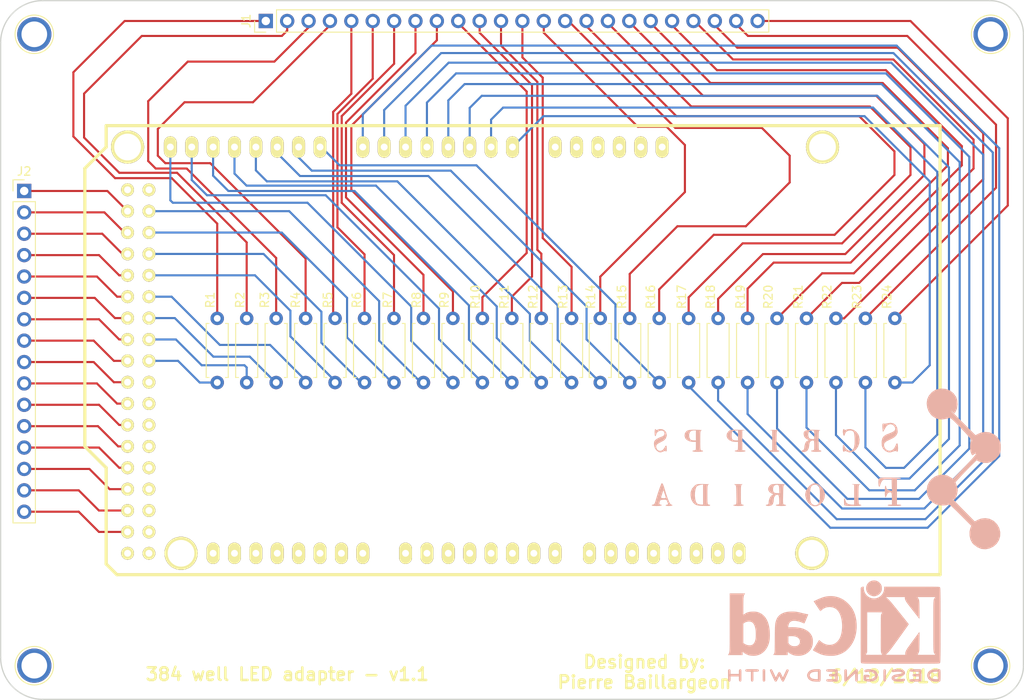
<source format=kicad_pcb>
(kicad_pcb (version 20171130) (host pcbnew "(5.0.0-rc3-dev)")
  (layers (0 F.Cu signal) (31 B.Cu signal) (34 B.Paste user) (35 F.Paste user) (36 B.SilkS user) (37 F.SilkS user) (38 B.Mask user) (39 F.Mask user) (44 Edge.Cuts user))
  (net 0 "")
  (net 1 "Net-(J1-Pad1)")
  (net 2 "Net-(J1-Pad2)")
  (net 3 "Net-(J1-Pad3)")
  (net 4 "Net-(J1-Pad4)")
  (net 5 "Net-(J1-Pad5)")
  (net 6 "Net-(J1-Pad6)")
  (net 7 "Net-(J1-Pad7)")
  (net 8 "Net-(J1-Pad8)")
  (net 9 "Net-(J1-Pad9)")
  (net 10 "Net-(J1-Pad10)")
  (net 11 "Net-(J1-Pad11)")
  (net 12 "Net-(J1-Pad12)")
  (net 13 "Net-(J2-Pad1)")
  (net 14 "Net-(J2-Pad2)")
  (net 15 "Net-(J2-Pad3)")
  (net 16 "Net-(J2-Pad4)")
  (net 17 "Net-(J2-Pad5)")
  (net 18 "Net-(J2-Pad6)")
  (net 19 "Net-(J2-Pad7)")
  (net 20 "Net-(J2-Pad8)")
  (net 21 "Net-(R1-Pad2)")
  (net 22 "Net-(R2-Pad2)")
  (net 23 "Net-(R3-Pad2)")
  (net 24 "Net-(R4-Pad2)")
  (net 25 "Net-(R5-Pad2)")
  (net 26 "Net-(R6-Pad2)")
  (net 27 "Net-(R7-Pad2)")
  (net 28 "Net-(R8-Pad2)")
  (net 29 "Net-(R9-Pad2)")
  (net 30 "Net-(R10-Pad2)")
  (net 31 "Net-(R11-Pad2)")
  (net 32 "Net-(R12-Pad2)")
  (net 33 "Net-(SHIELD1-Pad14)")
  (net 34 "Net-(SHIELD1-Pad15)")
  (net 35 "Net-(SHIELD1-Pad16)")
  (net 36 "Net-(SHIELD1-Pad17)")
  (net 37 "Net-(SHIELD1-Pad18)")
  (net 38 "Net-(SHIELD1-Pad19)")
  (net 39 "Net-(SHIELD1-Pad20)")
  (net 40 "Net-(SHIELD1-Pad21)")
  (net 41 "Net-(SHIELD1-PadV_IN)")
  (net 42 "Net-(SHIELD1-PadGND2)")
  (net 43 "Net-(SHIELD1-PadGND1)")
  (net 44 "Net-(SHIELD1-Pad3V3)")
  (net 45 "Net-(SHIELD1-PadRST)")
  (net 46 "Net-(SHIELD1-Pad0)")
  (net 47 "Net-(SHIELD1-Pad1)")
  (net 48 "Net-(SHIELD1-Pad2)")
  (net 49 "Net-(SHIELD1-Pad3)")
  (net 50 "Net-(SHIELD1-Pad4)")
  (net 51 "Net-(SHIELD1-Pad5)")
  (net 52 "Net-(SHIELD1-Pad6)")
  (net 53 "Net-(SHIELD1-Pad7)")
  (net 54 "Net-(SHIELD1-Pad8)")
  (net 55 "Net-(SHIELD1-Pad9)")
  (net 56 "Net-(SHIELD1-Pad10)")
  (net 57 "Net-(SHIELD1-Pad11)")
  (net 58 "Net-(SHIELD1-Pad12)")
  (net 59 "Net-(SHIELD1-Pad13)")
  (net 60 "Net-(SHIELD1-PadGND3)")
  (net 61 "Net-(SHIELD1-PadAREF)")
  (net 62 "Net-(SHIELD1-Pad5V)")
  (net 63 "Net-(SHIELD1-Pad22)")
  (net 64 "Net-(SHIELD1-Pad24)")
  (net 65 "Net-(SHIELD1-Pad26)")
  (net 66 "Net-(SHIELD1-Pad28)")
  (net 67 "Net-(SHIELD1-Pad5V_4)")
  (net 68 "Net-(SHIELD1-Pad5V_5)")
  (net 69 "Net-(SHIELD1-Pad30)")
  (net 70 "Net-(SHIELD1-Pad32)")
  (net 71 "Net-(SHIELD1-Pad34)")
  (net 72 "Net-(SHIELD1-Pad36)")
  (net 73 "Net-(SHIELD1-PadGND4)")
  (net 74 "Net-(SHIELD1-PadGND5)")
  (net 75 "Net-(J1-Pad13)")
  (net 76 "Net-(J1-Pad14)")
  (net 77 "Net-(J1-Pad15)")
  (net 78 "Net-(J1-Pad16)")
  (net 79 "Net-(J1-Pad17)")
  (net 80 "Net-(J1-Pad18)")
  (net 81 "Net-(J1-Pad19)")
  (net 82 "Net-(J1-Pad20)")
  (net 83 "Net-(J1-Pad21)")
  (net 84 "Net-(J1-Pad22)")
  (net 85 "Net-(J1-Pad23)")
  (net 86 "Net-(J1-Pad24)")
  (net 87 "Net-(J2-Pad9)")
  (net 88 "Net-(J2-Pad10)")
  (net 89 "Net-(J2-Pad11)")
  (net 90 "Net-(J2-Pad12)")
  (net 91 "Net-(J2-Pad13)")
  (net 92 "Net-(J2-Pad14)")
  (net 93 "Net-(J2-Pad15)")
  (net 94 "Net-(J2-Pad16)")
  (net 95 "Net-(R13-Pad2)")
  (net 96 "Net-(R14-Pad2)")
  (net 97 "Net-(R15-Pad2)")
  (net 98 "Net-(R16-Pad2)")
  (net 99 "Net-(R17-Pad2)")
  (net 100 "Net-(R18-Pad2)")
  (net 101 "Net-(R19-Pad2)")
  (net 102 "Net-(R20-Pad2)")
  (net 103 "Net-(R21-Pad2)")
  (net 104 "Net-(R22-Pad2)")
  (net 105 "Net-(R23-Pad2)")
  (net 106 "Net-(R24-Pad2)")
  (module "arduino_shields:ARDUINO MEGA SHIELD" (layer F.Cu) (at 151.6 54.85 180)
    (fp_text reference SHIELD1 hide)
    (fp_text value ARDUINO_MEGA_SHIELD hide)
    (pad 14 thru_hole oval (at 68.58 -50.8 270) (size 2.54 1.524) (drill 0.8128) (layers *.Cu *.Mask F.SilkS) (net 33 "Net-(SHIELD1-Pad14)"))
    (pad 15 thru_hole oval (at 71.12 -50.8 270) (size 2.54 1.524) (drill 0.8128) (layers *.Cu *.Mask F.SilkS) (net 34 "Net-(SHIELD1-Pad15)"))
    (pad 16 thru_hole oval (at 73.66 -50.8 270) (size 2.54 1.524) (drill 0.8128) (layers *.Cu *.Mask F.SilkS) (net 35 "Net-(SHIELD1-Pad16)"))
    (pad 17 thru_hole oval (at 76.2 -50.8 270) (size 2.54 1.524) (drill 0.8128) (layers *.Cu *.Mask F.SilkS) (net 36 "Net-(SHIELD1-Pad17)"))
    (pad 18 thru_hole oval (at 78.74 -50.8 270) (size 2.54 1.524) (drill 0.8128) (layers *.Cu *.Mask F.SilkS) (net 37 "Net-(SHIELD1-Pad18)"))
    (pad 19 thru_hole oval (at 81.28 -50.8 270) (size 2.54 1.524) (drill 0.8128) (layers *.Cu *.Mask F.SilkS) (net 38 "Net-(SHIELD1-Pad19)"))
    (pad 20 thru_hole oval (at 83.82 -50.8 270) (size 2.54 1.524) (drill 0.8128) (layers *.Cu *.Mask F.SilkS) (net 39 "Net-(SHIELD1-Pad20)"))
    (pad 21 thru_hole oval (at 86.36 -50.8 270) (size 2.54 1.524) (drill 0.8128) (layers *.Cu *.Mask F.SilkS) (net 40 "Net-(SHIELD1-Pad21)"))
    (pad AD15 thru_hole oval (at 91.44 -2.54 270) (size 2.54 1.524) (drill 0.8128) (layers *.Cu *.Mask F.SilkS) (net 29 "Net-(R9-Pad2)"))
    (pad AD14 thru_hole oval (at 88.9 -2.54 270) (size 2.54 1.524) (drill 0.8128) (layers *.Cu *.Mask F.SilkS) (net 30 "Net-(R10-Pad2)"))
    (pad AD13 thru_hole oval (at 86.36 -2.54 270) (size 2.54 1.524) (drill 0.8128) (layers *.Cu *.Mask F.SilkS) (net 31 "Net-(R11-Pad2)"))
    (pad AD12 thru_hole oval (at 83.82 -2.54 270) (size 2.54 1.524) (drill 0.8128) (layers *.Cu *.Mask F.SilkS) (net 32 "Net-(R12-Pad2)"))
    (pad AD8 thru_hole oval (at 73.66 -2.54 270) (size 2.54 1.524) (drill 0.8128) (layers *.Cu *.Mask F.SilkS) (net 98 "Net-(R16-Pad2)"))
    (pad AD7 thru_hole oval (at 68.58 -2.54 270) (size 2.54 1.524) (drill 0.8128) (layers *.Cu *.Mask F.SilkS) (net 99 "Net-(R17-Pad2)"))
    (pad AD6 thru_hole oval (at 66.04 -2.54 270) (size 2.54 1.524) (drill 0.8128) (layers *.Cu *.Mask F.SilkS) (net 100 "Net-(R18-Pad2)"))
    (pad AD9 thru_hole oval (at 76.2 -2.54 270) (size 2.54 1.524) (drill 0.8128) (layers *.Cu *.Mask F.SilkS) (net 97 "Net-(R15-Pad2)"))
    (pad AD10 thru_hole oval (at 78.74 -2.54 270) (size 2.54 1.524) (drill 0.8128) (layers *.Cu *.Mask F.SilkS) (net 96 "Net-(R14-Pad2)"))
    (pad AD11 thru_hole oval (at 81.28 -2.54 270) (size 2.54 1.524) (drill 0.8128) (layers *.Cu *.Mask F.SilkS) (net 95 "Net-(R13-Pad2)"))
    (pad AD5 thru_hole oval (at 63.5 -2.54 270) (size 2.54 1.524) (drill 0.8128) (layers *.Cu *.Mask F.SilkS) (net 101 "Net-(R19-Pad2)"))
    (pad AD4 thru_hole oval (at 60.96 -2.54 270) (size 2.54 1.524) (drill 0.8128) (layers *.Cu *.Mask F.SilkS) (net 102 "Net-(R20-Pad2)"))
    (pad AD3 thru_hole oval (at 58.42 -2.54 270) (size 2.54 1.524) (drill 0.8128) (layers *.Cu *.Mask F.SilkS) (net 103 "Net-(R21-Pad2)"))
    (pad AD0 thru_hole oval (at 50.8 -2.54 270) (size 2.54 1.524) (drill 0.8128) (layers *.Cu *.Mask F.SilkS) (net 106 "Net-(R24-Pad2)"))
    (pad AD1 thru_hole oval (at 53.34 -2.54 270) (size 2.54 1.524) (drill 0.8128) (layers *.Cu *.Mask F.SilkS) (net 105 "Net-(R23-Pad2)"))
    (pad AD2 thru_hole oval (at 55.88 -2.54 270) (size 2.54 1.524) (drill 0.8128) (layers *.Cu *.Mask F.SilkS) (net 104 "Net-(R22-Pad2)"))
    (pad V_IN thru_hole oval (at 45.72 -2.54 270) (size 2.54 1.524) (drill 0.8128) (layers *.Cu *.Mask F.SilkS) (net 41 "Net-(SHIELD1-PadV_IN)"))
    (pad GND2 thru_hole oval (at 43.18 -2.54 270) (size 2.54 1.524) (drill 0.8128) (layers *.Cu *.Mask F.SilkS) (net 42 "Net-(SHIELD1-PadGND2)"))
    (pad GND1 thru_hole oval (at 40.64 -2.54 270) (size 2.54 1.524) (drill 0.8128) (layers *.Cu *.Mask F.SilkS) (net 43 "Net-(SHIELD1-PadGND1)"))
    (pad 3V3 thru_hole oval (at 35.56 -2.54 270) (size 2.54 1.524) (drill 0.8128) (layers *.Cu *.Mask F.SilkS) (net 44 "Net-(SHIELD1-Pad3V3)"))
    (pad RST thru_hole oval (at 33.02 -2.54 270) (size 2.54 1.524) (drill 0.8128) (layers *.Cu *.Mask F.SilkS) (net 45 "Net-(SHIELD1-PadRST)"))
    (pad 0 thru_hole oval (at 63.5 -50.8 270) (size 2.54 1.524) (drill 0.8128) (layers *.Cu *.Mask F.SilkS) (net 46 "Net-(SHIELD1-Pad0)"))
    (pad 1 thru_hole oval (at 60.96 -50.8 270) (size 2.54 1.524) (drill 0.8128) (layers *.Cu *.Mask F.SilkS) (net 47 "Net-(SHIELD1-Pad1)"))
    (pad 2 thru_hole oval (at 58.42 -50.8 270) (size 2.54 1.524) (drill 0.8128) (layers *.Cu *.Mask F.SilkS) (net 48 "Net-(SHIELD1-Pad2)"))
    (pad 3 thru_hole oval (at 55.88 -50.8 270) (size 2.54 1.524) (drill 0.8128) (layers *.Cu *.Mask F.SilkS) (net 49 "Net-(SHIELD1-Pad3)"))
    (pad 4 thru_hole oval (at 53.34 -50.8 270) (size 2.54 1.524) (drill 0.8128) (layers *.Cu *.Mask F.SilkS) (net 50 "Net-(SHIELD1-Pad4)"))
    (pad 5 thru_hole oval (at 50.8 -50.8 270) (size 2.54 1.524) (drill 0.8128) (layers *.Cu *.Mask F.SilkS) (net 51 "Net-(SHIELD1-Pad5)"))
    (pad 6 thru_hole oval (at 48.26 -50.8 270) (size 2.54 1.524) (drill 0.8128) (layers *.Cu *.Mask F.SilkS) (net 52 "Net-(SHIELD1-Pad6)"))
    (pad 7 thru_hole oval (at 45.72 -50.8 270) (size 2.54 1.524) (drill 0.8128) (layers *.Cu *.Mask F.SilkS) (net 53 "Net-(SHIELD1-Pad7)"))
    (pad 8 thru_hole oval (at 41.656 -50.8 270) (size 2.54 1.524) (drill 0.8128) (layers *.Cu *.Mask F.SilkS) (net 54 "Net-(SHIELD1-Pad8)"))
    (pad 9 thru_hole oval (at 39.116 -50.8 270) (size 2.54 1.524) (drill 0.8128) (layers *.Cu *.Mask F.SilkS) (net 55 "Net-(SHIELD1-Pad9)"))
    (pad 10 thru_hole oval (at 36.576 -50.8 270) (size 2.54 1.524) (drill 0.8128) (layers *.Cu *.Mask F.SilkS) (net 56 "Net-(SHIELD1-Pad10)"))
    (pad 11 thru_hole oval (at 34.036 -50.8 270) (size 2.54 1.524) (drill 0.8128) (layers *.Cu *.Mask F.SilkS) (net 57 "Net-(SHIELD1-Pad11)"))
    (pad 12 thru_hole oval (at 31.496 -50.8 270) (size 2.54 1.524) (drill 0.8128) (layers *.Cu *.Mask F.SilkS) (net 58 "Net-(SHIELD1-Pad12)"))
    (pad 13 thru_hole oval (at 28.956 -50.8 270) (size 2.54 1.524) (drill 0.8128) (layers *.Cu *.Mask F.SilkS) (net 59 "Net-(SHIELD1-Pad13)"))
    (pad GND3 thru_hole oval (at 26.416 -50.8 270) (size 2.54 1.524) (drill 0.8128) (layers *.Cu *.Mask F.SilkS) (net 60 "Net-(SHIELD1-PadGND3)"))
    (pad AREF thru_hole oval (at 23.876 -50.8 270) (size 2.54 1.524) (drill 0.8128) (layers *.Cu *.Mask F.SilkS) (net 61 "Net-(SHIELD1-PadAREF)"))
    (pad 5V thru_hole oval (at 38.1 -2.54 270) (size 2.54 1.524) (drill 0.8128) (layers *.Cu *.Mask F.SilkS) (net 62 "Net-(SHIELD1-Pad5V)"))
    (pad "" thru_hole circle (at 96.52 -2.54 270) (size 3.937 3.937) (drill 3.175) (layers *.Cu *.Mask F.SilkS))
    (pad "" thru_hole circle (at 90.17 -50.8 270) (size 3.937 3.937) (drill 3.175) (layers *.Cu *.Mask F.SilkS))
    (pad "" thru_hole circle (at 15.24 -50.8 270) (size 3.937 3.937) (drill 3.175) (layers *.Cu *.Mask F.SilkS))
    (pad "" thru_hole circle (at 13.97 -2.54 270) (size 3.937 3.937) (drill 3.175) (layers *.Cu *.Mask F.SilkS))
    (pad 22 thru_hole circle (at 93.98 -48.26 180) (size 1.524 1.524) (drill 0.8128) (layers *.Cu *.Mask F.SilkS) (net 63 "Net-(SHIELD1-Pad22)"))
    (pad 23 thru_hole circle (at 96.52 -48.26 180) (size 1.524 1.524) (drill 0.8128) (layers *.Cu *.Mask F.SilkS) (net 94 "Net-(J2-Pad16)"))
    (pad 24 thru_hole circle (at 93.98 -45.72 180) (size 1.524 1.524) (drill 0.8128) (layers *.Cu *.Mask F.SilkS) (net 64 "Net-(SHIELD1-Pad24)"))
    (pad 25 thru_hole circle (at 96.52 -45.72 180) (size 1.524 1.524) (drill 0.8128) (layers *.Cu *.Mask F.SilkS) (net 93 "Net-(J2-Pad15)"))
    (pad 26 thru_hole circle (at 93.98 -43.18 180) (size 1.524 1.524) (drill 0.8128) (layers *.Cu *.Mask F.SilkS) (net 65 "Net-(SHIELD1-Pad26)"))
    (pad 27 thru_hole circle (at 96.52 -43.18 180) (size 1.524 1.524) (drill 0.8128) (layers *.Cu *.Mask F.SilkS) (net 92 "Net-(J2-Pad14)"))
    (pad 28 thru_hole circle (at 93.98 -40.64 180) (size 1.524 1.524) (drill 0.8128) (layers *.Cu *.Mask F.SilkS) (net 66 "Net-(SHIELD1-Pad28)"))
    (pad 29 thru_hole circle (at 96.52 -40.64 180) (size 1.524 1.524) (drill 0.8128) (layers *.Cu *.Mask F.SilkS) (net 91 "Net-(J2-Pad13)"))
    (pad 5V_4 thru_hole circle (at 93.98 -50.8 180) (size 1.524 1.524) (drill 0.8128) (layers *.Cu *.Mask F.SilkS) (net 67 "Net-(SHIELD1-Pad5V_4)"))
    (pad 5V_5 thru_hole circle (at 96.52 -50.8 180) (size 1.524 1.524) (drill 0.8128) (layers *.Cu *.Mask F.SilkS) (net 68 "Net-(SHIELD1-Pad5V_5)"))
    (pad 31 thru_hole circle (at 96.52 -38.1 180) (size 1.524 1.524) (drill 0.8128) (layers *.Cu *.Mask F.SilkS) (net 90 "Net-(J2-Pad12)"))
    (pad 30 thru_hole circle (at 93.98 -38.1 180) (size 1.524 1.524) (drill 0.8128) (layers *.Cu *.Mask F.SilkS) (net 69 "Net-(SHIELD1-Pad30)"))
    (pad 32 thru_hole circle (at 93.98 -35.56 180) (size 1.524 1.524) (drill 0.8128) (layers *.Cu *.Mask F.SilkS) (net 70 "Net-(SHIELD1-Pad32)"))
    (pad 33 thru_hole circle (at 96.52 -35.56 180) (size 1.524 1.524) (drill 0.8128) (layers *.Cu *.Mask F.SilkS) (net 89 "Net-(J2-Pad11)"))
    (pad 34 thru_hole circle (at 93.98 -33.02 180) (size 1.524 1.524) (drill 0.8128) (layers *.Cu *.Mask F.SilkS) (net 71 "Net-(SHIELD1-Pad34)"))
    (pad 35 thru_hole circle (at 96.52 -33.02 180) (size 1.524 1.524) (drill 0.8128) (layers *.Cu *.Mask F.SilkS) (net 88 "Net-(J2-Pad10)"))
    (pad 36 thru_hole circle (at 93.98 -30.48 180) (size 1.524 1.524) (drill 0.8128) (layers *.Cu *.Mask F.SilkS) (net 72 "Net-(SHIELD1-Pad36)"))
    (pad 37 thru_hole circle (at 96.52 -30.48 180) (size 1.524 1.524) (drill 0.8128) (layers *.Cu *.Mask F.SilkS) (net 87 "Net-(J2-Pad9)"))
    (pad 38 thru_hole circle (at 93.98 -27.94 180) (size 1.524 1.524) (drill 0.8128) (layers *.Cu *.Mask F.SilkS) (net 21 "Net-(R1-Pad2)"))
    (pad 39 thru_hole circle (at 96.52 -27.94 180) (size 1.524 1.524) (drill 0.8128) (layers *.Cu *.Mask F.SilkS) (net 20 "Net-(J2-Pad8)"))
    (pad 40 thru_hole circle (at 93.98 -25.4 180) (size 1.524 1.524) (drill 0.8128) (layers *.Cu *.Mask F.SilkS) (net 22 "Net-(R2-Pad2)"))
    (pad 41 thru_hole circle (at 96.52 -25.4 180) (size 1.524 1.524) (drill 0.8128) (layers *.Cu *.Mask F.SilkS) (net 19 "Net-(J2-Pad7)"))
    (pad 42 thru_hole circle (at 93.98 -22.86 180) (size 1.524 1.524) (drill 0.8128) (layers *.Cu *.Mask F.SilkS) (net 23 "Net-(R3-Pad2)"))
    (pad 43 thru_hole circle (at 96.52 -22.86 180) (size 1.524 1.524) (drill 0.8128) (layers *.Cu *.Mask F.SilkS) (net 18 "Net-(J2-Pad6)"))
    (pad 44 thru_hole circle (at 93.98 -20.32 180) (size 1.524 1.524) (drill 0.8128) (layers *.Cu *.Mask F.SilkS) (net 24 "Net-(R4-Pad2)"))
    (pad 45 thru_hole circle (at 96.52 -20.32 180) (size 1.524 1.524) (drill 0.8128) (layers *.Cu *.Mask F.SilkS) (net 17 "Net-(J2-Pad5)"))
    (pad 46 thru_hole circle (at 93.98 -17.78 180) (size 1.524 1.524) (drill 0.8128) (layers *.Cu *.Mask F.SilkS) (net 25 "Net-(R5-Pad2)"))
    (pad 47 thru_hole circle (at 96.52 -17.78 180) (size 1.524 1.524) (drill 0.8128) (layers *.Cu *.Mask F.SilkS) (net 16 "Net-(J2-Pad4)"))
    (pad 48 thru_hole circle (at 93.98 -15.24 180) (size 1.524 1.524) (drill 0.8128) (layers *.Cu *.Mask F.SilkS) (net 26 "Net-(R6-Pad2)"))
    (pad 49 thru_hole circle (at 96.52 -15.24 180) (size 1.524 1.524) (drill 0.8128) (layers *.Cu *.Mask F.SilkS) (net 15 "Net-(J2-Pad3)"))
    (pad 50 thru_hole circle (at 93.98 -12.7 180) (size 1.524 1.524) (drill 0.8128) (layers *.Cu *.Mask F.SilkS) (net 27 "Net-(R7-Pad2)"))
    (pad 51 thru_hole circle (at 96.52 -12.7 180) (size 1.524 1.524) (drill 0.8128) (layers *.Cu *.Mask F.SilkS) (net 14 "Net-(J2-Pad2)"))
    (pad 52 thru_hole circle (at 93.98 -10.16 180) (size 1.524 1.524) (drill 0.8128) (layers *.Cu *.Mask F.SilkS) (net 28 "Net-(R8-Pad2)"))
    (pad 53 thru_hole circle (at 96.52 -10.16 180) (size 1.524 1.524) (drill 0.8128) (layers *.Cu *.Mask F.SilkS) (net 13 "Net-(J2-Pad1)"))
    (pad GND4 thru_hole circle (at 93.98 -7.62 180) (size 1.524 1.524) (drill 0.8128) (layers *.Cu *.Mask F.SilkS) (net 73 "Net-(SHIELD1-PadGND4)"))
    (pad GND5 thru_hole circle (at 96.52 -7.62 180) (size 1.524 1.524) (drill 0.8128) (layers *.Cu *.Mask F.SilkS) (net 74 "Net-(SHIELD1-PadGND5)"))
  )
  (module Resistors_THT:R_Axial_DIN0207_L6.3mm_D2.5mm_P7.62mm_Horizontal (layer F.Cu) (at 65.729 77.746 270)
    (fp_text reference R1 (at -2.181 0.832 270) (layer F.SilkS))
    (fp_text value R)
    (pad 1 thru_hole circle (at 0 0 270) (size 1.6 1.6) (drill 0.8) (layers *.Cu *.Mask) (net 1 "Net-(J1-Pad1)"))
    (pad 2 thru_hole oval (at 7.62 0 270) (size 1.6 1.6) (drill 0.8) (layers *.Cu *.Mask) (net 21 "Net-(R1-Pad2)"))
  )
  (module Resistors_THT:R_Axial_DIN0207_L6.3mm_D2.5mm_P7.62mm_Horizontal (layer F.Cu) (at 69.229 77.746 270)
    (fp_text reference R2 (at -2.181 0.776 270) (layer F.SilkS))
    (fp_text value R)
    (pad 1 thru_hole circle (at 0 0 270) (size 1.6 1.6) (drill 0.8) (layers *.Cu *.Mask) (net 2 "Net-(J1-Pad2)"))
    (pad 2 thru_hole oval (at 7.62 0 270) (size 1.6 1.6) (drill 0.8) (layers *.Cu *.Mask) (net 22 "Net-(R2-Pad2)"))
  )
  (module Resistors_THT:R_Axial_DIN0207_L6.3mm_D2.5mm_P7.62mm_Horizontal (layer F.Cu) (at 72.729 77.746 270)
    (fp_text reference R3 (at -2.181 1.355 270) (layer F.SilkS))
    (fp_text value R)
    (pad 1 thru_hole circle (at 0 0 270) (size 1.6 1.6) (drill 0.8) (layers *.Cu *.Mask) (net 3 "Net-(J1-Pad3)"))
    (pad 2 thru_hole oval (at 7.62 0 270) (size 1.6 1.6) (drill 0.8) (layers *.Cu *.Mask) (net 23 "Net-(R3-Pad2)"))
  )
  (module Resistors_THT:R_Axial_DIN0207_L6.3mm_D2.5mm_P7.62mm_Horizontal (layer F.Cu) (at 76.229 77.746 270)
    (fp_text reference R4 (at -2.181 1.172 270) (layer F.SilkS))
    (fp_text value R)
    (pad 1 thru_hole circle (at 0 0 270) (size 1.6 1.6) (drill 0.8) (layers *.Cu *.Mask) (net 4 "Net-(J1-Pad4)"))
    (pad 2 thru_hole oval (at 7.62 0 270) (size 1.6 1.6) (drill 0.8) (layers *.Cu *.Mask) (net 24 "Net-(R4-Pad2)"))
  )
  (module Resistors_THT:R_Axial_DIN0207_L6.3mm_D2.5mm_P7.62mm_Horizontal (layer F.Cu) (at 79.729 77.746 270)
    (fp_text reference R5 (at -2.181 0.862 270) (layer F.SilkS))
    (fp_text value R)
    (pad 1 thru_hole circle (at 0 0 270) (size 1.6 1.6) (drill 0.8) (layers *.Cu *.Mask) (net 5 "Net-(J1-Pad5)"))
    (pad 2 thru_hole oval (at 7.62 0 270) (size 1.6 1.6) (drill 0.8) (layers *.Cu *.Mask) (net 25 "Net-(R5-Pad2)"))
  )
  (module Resistors_THT:R_Axial_DIN0207_L6.3mm_D2.5mm_P7.62mm_Horizontal (layer F.Cu) (at 83.229 77.746 270)
    (fp_text reference R6 (at -2.181 0.933 270) (layer F.SilkS))
    (fp_text value R)
    (pad 1 thru_hole circle (at 0 0 270) (size 1.6 1.6) (drill 0.8) (layers *.Cu *.Mask) (net 6 "Net-(J1-Pad6)"))
    (pad 2 thru_hole oval (at 7.62 0 270) (size 1.6 1.6) (drill 0.8) (layers *.Cu *.Mask) (net 26 "Net-(R6-Pad2)"))
  )
  (module Resistors_THT:R_Axial_DIN0207_L6.3mm_D2.5mm_P7.62mm_Horizontal (layer F.Cu) (at 86.729 77.746 270)
    (fp_text reference R7 (at -2.181 0.75 270) (layer F.SilkS))
    (fp_text value R)
    (pad 1 thru_hole circle (at 0 0 270) (size 1.6 1.6) (drill 0.8) (layers *.Cu *.Mask) (net 7 "Net-(J1-Pad7)"))
    (pad 2 thru_hole oval (at 7.62 0 270) (size 1.6 1.6) (drill 0.8) (layers *.Cu *.Mask) (net 27 "Net-(R7-Pad2)"))
  )
  (module Resistors_THT:R_Axial_DIN0207_L6.3mm_D2.5mm_P7.62mm_Horizontal (layer F.Cu) (at 90.229 77.746 270)
    (fp_text reference R8 (at -2.181 0.821 270) (layer F.SilkS))
    (fp_text value R)
    (pad 1 thru_hole circle (at 0 0 270) (size 1.6 1.6) (drill 0.8) (layers *.Cu *.Mask) (net 8 "Net-(J1-Pad8)"))
    (pad 2 thru_hole oval (at 7.62 0 270) (size 1.6 1.6) (drill 0.8) (layers *.Cu *.Mask) (net 28 "Net-(R8-Pad2)"))
  )
  (module Resistors_THT:R_Axial_DIN0207_L6.3mm_D2.5mm_P7.62mm_Horizontal (layer F.Cu) (at 93.729 77.746 270)
    (fp_text reference R9 (at -2.181 1.019 270) (layer F.SilkS))
    (fp_text value R)
    (pad 1 thru_hole circle (at 0 0 270) (size 1.6 1.6) (drill 0.8) (layers *.Cu *.Mask) (net 9 "Net-(J1-Pad9)"))
    (pad 2 thru_hole oval (at 7.62 0 270) (size 1.6 1.6) (drill 0.8) (layers *.Cu *.Mask) (net 29 "Net-(R9-Pad2)"))
  )
  (module Resistors_THT:R_Axial_DIN0207_L6.3mm_D2.5mm_P7.62mm_Horizontal (layer F.Cu) (at 97.229 77.746 270)
    (fp_text reference R10 (at -2.562 0.836 270) (layer F.SilkS))
    (fp_text value R)
    (pad 1 thru_hole circle (at 0 0 270) (size 1.6 1.6) (drill 0.8) (layers *.Cu *.Mask) (net 10 "Net-(J1-Pad10)"))
    (pad 2 thru_hole oval (at 7.62 0 270) (size 1.6 1.6) (drill 0.8) (layers *.Cu *.Mask) (net 30 "Net-(R10-Pad2)"))
  )
  (module Resistors_THT:R_Axial_DIN0207_L6.3mm_D2.5mm_P7.62mm_Horizontal (layer F.Cu) (at 100.729 77.746 270)
    (fp_text reference R11 (at -2.562 0.907 270) (layer F.SilkS))
    (fp_text value R)
    (pad 1 thru_hole circle (at 0 0 270) (size 1.6 1.6) (drill 0.8) (layers *.Cu *.Mask) (net 11 "Net-(J1-Pad11)"))
    (pad 2 thru_hole oval (at 7.62 0 270) (size 1.6 1.6) (drill 0.8) (layers *.Cu *.Mask) (net 31 "Net-(R11-Pad2)"))
  )
  (module Resistors_THT:R_Axial_DIN0207_L6.3mm_D2.5mm_P7.62mm_Horizontal (layer F.Cu) (at 104.229 77.746 270)
    (fp_text reference R12 (at -2.562 0.978 270) (layer F.SilkS))
    (fp_text value R)
    (pad 1 thru_hole circle (at 0 0 270) (size 1.6 1.6) (drill 0.8) (layers *.Cu *.Mask) (net 12 "Net-(J1-Pad12)"))
    (pad 2 thru_hole oval (at 7.62 0 270) (size 1.6 1.6) (drill 0.8) (layers *.Cu *.Mask) (net 32 "Net-(R12-Pad2)"))
  )
  (module Connectors:1pin (layer F.Cu) (at 157.6 44)
    (fp_text reference REF** hide)
    (fp_text value 1pin)
    (pad 1 thru_hole circle (at 0 0) (size 4.064 4.064) (drill 3.048) (layers *.Cu *.Mask))
  )
  (module Connectors:1pin (layer F.Cu) (at 157.6 119)
    (fp_text reference REF** hide)
    (fp_text value 1pin)
    (pad 1 thru_hole circle (at 0 0) (size 4.064 4.064) (drill 3.048) (layers *.Cu *.Mask))
  )
  (module Connectors:1pin (layer F.Cu) (at 44 119)
    (fp_text reference REF** hide)
    (fp_text value 1pin)
    (pad 1 thru_hole circle (at 0 0) (size 4.064 4.064) (drill 3.048) (layers *.Cu *.Mask))
  )
  (module Connectors:1pin (layer F.Cu) (at 44 44)
    (fp_text reference REF** hide)
    (fp_text value 1pin)
    (pad 1 thru_hole circle (at 0 0) (size 4.064 4.064) (drill 3.048) (layers *.Cu *.Mask))
  )
  (module Symbols:KiCad-Logo2_12mm_SilkScreen (layer B.Cu) (at 139.04 114.86 180)
    (fp_text reference REF*** hide)
    (fp_text value KiCad-Logo2_12mm_SilkScreen hide)
  )
  (module "LED Matrix:SFLLOGO" (layer B.Cu) (at 137.668 95.631 180)
    (fp_text reference G*** hide)
    (fp_text value LOGO hide)
  )
  (module Socket_Strips:Socket_Strip_Straight_1x24_Pitch2.54mm (layer F.Cu) (at 71.501 42.418 90)
    (fp_text reference J1 (at 0 -2.33 90) (layer F.SilkS))
    (fp_text value Conn_01x24_Female)
    (pad 1 thru_hole rect (at 0 0 90) (size 1.7 1.7) (drill 1) (layers *.Cu *.Mask) (net 1 "Net-(J1-Pad1)"))
    (pad 2 thru_hole oval (at 0 2.54 90) (size 1.7 1.7) (drill 1) (layers *.Cu *.Mask) (net 2 "Net-(J1-Pad2)"))
    (pad 3 thru_hole oval (at 0 5.08 90) (size 1.7 1.7) (drill 1) (layers *.Cu *.Mask) (net 3 "Net-(J1-Pad3)"))
    (pad 4 thru_hole oval (at 0 7.62 90) (size 1.7 1.7) (drill 1) (layers *.Cu *.Mask) (net 4 "Net-(J1-Pad4)"))
    (pad 5 thru_hole oval (at 0 10.16 90) (size 1.7 1.7) (drill 1) (layers *.Cu *.Mask) (net 5 "Net-(J1-Pad5)"))
    (pad 6 thru_hole oval (at 0 12.7 90) (size 1.7 1.7) (drill 1) (layers *.Cu *.Mask) (net 6 "Net-(J1-Pad6)"))
    (pad 7 thru_hole oval (at 0 15.24 90) (size 1.7 1.7) (drill 1) (layers *.Cu *.Mask) (net 7 "Net-(J1-Pad7)"))
    (pad 8 thru_hole oval (at 0 17.78 90) (size 1.7 1.7) (drill 1) (layers *.Cu *.Mask) (net 8 "Net-(J1-Pad8)"))
    (pad 9 thru_hole oval (at 0 20.32 90) (size 1.7 1.7) (drill 1) (layers *.Cu *.Mask) (net 9 "Net-(J1-Pad9)"))
    (pad 10 thru_hole oval (at 0 22.86 90) (size 1.7 1.7) (drill 1) (layers *.Cu *.Mask) (net 10 "Net-(J1-Pad10)"))
    (pad 11 thru_hole oval (at 0 25.4 90) (size 1.7 1.7) (drill 1) (layers *.Cu *.Mask) (net 11 "Net-(J1-Pad11)"))
    (pad 12 thru_hole oval (at 0 27.94 90) (size 1.7 1.7) (drill 1) (layers *.Cu *.Mask) (net 12 "Net-(J1-Pad12)"))
    (pad 13 thru_hole oval (at 0 30.48 90) (size 1.7 1.7) (drill 1) (layers *.Cu *.Mask) (net 75 "Net-(J1-Pad13)"))
    (pad 14 thru_hole oval (at 0 33.02 90) (size 1.7 1.7) (drill 1) (layers *.Cu *.Mask) (net 76 "Net-(J1-Pad14)"))
    (pad 15 thru_hole oval (at 0 35.56 90) (size 1.7 1.7) (drill 1) (layers *.Cu *.Mask) (net 77 "Net-(J1-Pad15)"))
    (pad 16 thru_hole oval (at 0 38.1 90) (size 1.7 1.7) (drill 1) (layers *.Cu *.Mask) (net 78 "Net-(J1-Pad16)"))
    (pad 17 thru_hole oval (at 0 40.64 90) (size 1.7 1.7) (drill 1) (layers *.Cu *.Mask) (net 79 "Net-(J1-Pad17)"))
    (pad 18 thru_hole oval (at 0 43.18 90) (size 1.7 1.7) (drill 1) (layers *.Cu *.Mask) (net 80 "Net-(J1-Pad18)"))
    (pad 19 thru_hole oval (at 0 45.72 90) (size 1.7 1.7) (drill 1) (layers *.Cu *.Mask) (net 81 "Net-(J1-Pad19)"))
    (pad 20 thru_hole oval (at 0 48.26 90) (size 1.7 1.7) (drill 1) (layers *.Cu *.Mask) (net 82 "Net-(J1-Pad20)"))
    (pad 21 thru_hole oval (at 0 50.8 90) (size 1.7 1.7) (drill 1) (layers *.Cu *.Mask) (net 83 "Net-(J1-Pad21)"))
    (pad 22 thru_hole oval (at 0 53.34 90) (size 1.7 1.7) (drill 1) (layers *.Cu *.Mask) (net 84 "Net-(J1-Pad22)"))
    (pad 23 thru_hole oval (at 0 55.88 90) (size 1.7 1.7) (drill 1) (layers *.Cu *.Mask) (net 85 "Net-(J1-Pad23)"))
    (pad 24 thru_hole oval (at 0 58.42 90) (size 1.7 1.7) (drill 1) (layers *.Cu *.Mask) (net 86 "Net-(J1-Pad24)"))
  )
  (module Socket_Strips:Socket_Strip_Straight_1x16_Pitch2.54mm (layer F.Cu) (at 42.799 62.611)
    (fp_text reference J2 (at 0 -2.33) (layer F.SilkS))
    (fp_text value Conn_01x16_Female)
    (pad 1 thru_hole rect (at 0 0) (size 1.7 1.7) (drill 1) (layers *.Cu *.Mask) (net 13 "Net-(J2-Pad1)"))
    (pad 2 thru_hole oval (at 0 2.54) (size 1.7 1.7) (drill 1) (layers *.Cu *.Mask) (net 14 "Net-(J2-Pad2)"))
    (pad 3 thru_hole oval (at 0 5.08) (size 1.7 1.7) (drill 1) (layers *.Cu *.Mask) (net 15 "Net-(J2-Pad3)"))
    (pad 4 thru_hole oval (at 0 7.62) (size 1.7 1.7) (drill 1) (layers *.Cu *.Mask) (net 16 "Net-(J2-Pad4)"))
    (pad 5 thru_hole oval (at 0 10.16) (size 1.7 1.7) (drill 1) (layers *.Cu *.Mask) (net 17 "Net-(J2-Pad5)"))
    (pad 6 thru_hole oval (at 0 12.7) (size 1.7 1.7) (drill 1) (layers *.Cu *.Mask) (net 18 "Net-(J2-Pad6)"))
    (pad 7 thru_hole oval (at 0 15.24) (size 1.7 1.7) (drill 1) (layers *.Cu *.Mask) (net 19 "Net-(J2-Pad7)"))
    (pad 8 thru_hole oval (at 0 17.78) (size 1.7 1.7) (drill 1) (layers *.Cu *.Mask) (net 20 "Net-(J2-Pad8)"))
    (pad 9 thru_hole oval (at 0 20.32) (size 1.7 1.7) (drill 1) (layers *.Cu *.Mask) (net 87 "Net-(J2-Pad9)"))
    (pad 10 thru_hole oval (at 0 22.86) (size 1.7 1.7) (drill 1) (layers *.Cu *.Mask) (net 88 "Net-(J2-Pad10)"))
    (pad 11 thru_hole oval (at 0 25.4) (size 1.7 1.7) (drill 1) (layers *.Cu *.Mask) (net 89 "Net-(J2-Pad11)"))
    (pad 12 thru_hole oval (at 0 27.94) (size 1.7 1.7) (drill 1) (layers *.Cu *.Mask) (net 90 "Net-(J2-Pad12)"))
    (pad 13 thru_hole oval (at 0 30.48) (size 1.7 1.7) (drill 1) (layers *.Cu *.Mask) (net 91 "Net-(J2-Pad13)"))
    (pad 14 thru_hole oval (at 0 33.02) (size 1.7 1.7) (drill 1) (layers *.Cu *.Mask) (net 92 "Net-(J2-Pad14)"))
    (pad 15 thru_hole oval (at 0 35.56) (size 1.7 1.7) (drill 1) (layers *.Cu *.Mask) (net 93 "Net-(J2-Pad15)"))
    (pad 16 thru_hole oval (at 0 38.1) (size 1.7 1.7) (drill 1) (layers *.Cu *.Mask) (net 94 "Net-(J2-Pad16)"))
  )
  (module Resistors_THT:R_Axial_DIN0207_L6.3mm_D2.5mm_P7.62mm_Horizontal (layer F.Cu) (at 107.823 77.746 270)
    (fp_text reference R13 (at -2.562 1.016 270) (layer F.SilkS))
    (fp_text value R)
    (pad 1 thru_hole circle (at 0 0 270) (size 1.6 1.6) (drill 0.8) (layers *.Cu *.Mask) (net 75 "Net-(J1-Pad13)"))
    (pad 2 thru_hole oval (at 7.62 0 270) (size 1.6 1.6) (drill 0.8) (layers *.Cu *.Mask) (net 95 "Net-(R13-Pad2)"))
  )
  (module Resistors_THT:R_Axial_DIN0207_L6.3mm_D2.5mm_P7.62mm_Horizontal (layer F.Cu) (at 111.229 77.746 270)
    (fp_text reference R14 (at -2.562 1.12 270) (layer F.SilkS))
    (fp_text value R)
    (pad 1 thru_hole circle (at 0 0 270) (size 1.6 1.6) (drill 0.8) (layers *.Cu *.Mask) (net 76 "Net-(J1-Pad14)"))
    (pad 2 thru_hole oval (at 7.62 0 270) (size 1.6 1.6) (drill 0.8) (layers *.Cu *.Mask) (net 96 "Net-(R14-Pad2)"))
  )
  (module Resistors_THT:R_Axial_DIN0207_L6.3mm_D2.5mm_P7.62mm_Horizontal (layer F.Cu) (at 114.729 77.746 270)
    (fp_text reference R15 (at -2.562 0.937 270) (layer F.SilkS))
    (fp_text value R)
    (pad 1 thru_hole circle (at 0 0 270) (size 1.6 1.6) (drill 0.8) (layers *.Cu *.Mask) (net 77 "Net-(J1-Pad15)"))
    (pad 2 thru_hole oval (at 7.62 0 270) (size 1.6 1.6) (drill 0.8) (layers *.Cu *.Mask) (net 97 "Net-(R15-Pad2)"))
  )
  (module Resistors_THT:R_Axial_DIN0207_L6.3mm_D2.5mm_P7.62mm_Horizontal (layer F.Cu) (at 118.229 77.746 270)
    (fp_text reference R16 (at -2.562 1.008 270) (layer F.SilkS))
    (fp_text value R)
    (pad 1 thru_hole circle (at 0 0 270) (size 1.6 1.6) (drill 0.8) (layers *.Cu *.Mask) (net 78 "Net-(J1-Pad16)"))
    (pad 2 thru_hole oval (at 7.62 0 270) (size 1.6 1.6) (drill 0.8) (layers *.Cu *.Mask) (net 98 "Net-(R16-Pad2)"))
  )
  (module Resistors_THT:R_Axial_DIN0207_L6.3mm_D2.5mm_P7.62mm_Horizontal (layer F.Cu) (at 121.729 77.746 270)
    (fp_text reference R17 (at -2.562 0.825 270) (layer F.SilkS))
    (fp_text value R)
    (pad 1 thru_hole circle (at 0 0 270) (size 1.6 1.6) (drill 0.8) (layers *.Cu *.Mask) (net 79 "Net-(J1-Pad17)"))
    (pad 2 thru_hole oval (at 7.62 0 270) (size 1.6 1.6) (drill 0.8) (layers *.Cu *.Mask) (net 99 "Net-(R17-Pad2)"))
  )
  (module Resistors_THT:R_Axial_DIN0207_L6.3mm_D2.5mm_P7.62mm_Horizontal (layer F.Cu) (at 125.229 77.746 270)
    (fp_text reference R18 (at -2.562 0.896 270) (layer F.SilkS))
    (fp_text value R)
    (pad 1 thru_hole circle (at 0 0 270) (size 1.6 1.6) (drill 0.8) (layers *.Cu *.Mask) (net 80 "Net-(J1-Pad18)"))
    (pad 2 thru_hole oval (at 7.62 0 270) (size 1.6 1.6) (drill 0.8) (layers *.Cu *.Mask) (net 100 "Net-(R18-Pad2)"))
  )
  (module Resistors_THT:R_Axial_DIN0207_L6.3mm_D2.5mm_P7.62mm_Horizontal (layer F.Cu) (at 128.729 77.746 270)
    (fp_text reference R19 (at -2.562 0.84 270) (layer F.SilkS))
    (fp_text value R)
    (pad 1 thru_hole circle (at 0 0 270) (size 1.6 1.6) (drill 0.8) (layers *.Cu *.Mask) (net 81 "Net-(J1-Pad19)"))
    (pad 2 thru_hole oval (at 7.62 0 270) (size 1.6 1.6) (drill 0.8) (layers *.Cu *.Mask) (net 101 "Net-(R19-Pad2)"))
  )
  (module Resistors_THT:R_Axial_DIN0207_L6.3mm_D2.5mm_P7.62mm_Horizontal (layer F.Cu) (at 132.229 77.746 270)
    (fp_text reference R20 (at -2.562 1.038 270) (layer F.SilkS))
    (fp_text value R)
    (pad 1 thru_hole circle (at 0 0 270) (size 1.6 1.6) (drill 0.8) (layers *.Cu *.Mask) (net 82 "Net-(J1-Pad20)"))
    (pad 2 thru_hole oval (at 7.62 0 270) (size 1.6 1.6) (drill 0.8) (layers *.Cu *.Mask) (net 102 "Net-(R20-Pad2)"))
  )
  (module Resistors_THT:R_Axial_DIN0207_L6.3mm_D2.5mm_P7.62mm_Horizontal (layer F.Cu) (at 135.729 77.746 270)
    (fp_text reference R21 (at -2.562 0.982 270) (layer F.SilkS))
    (fp_text value R)
    (pad 1 thru_hole circle (at 0 0 270) (size 1.6 1.6) (drill 0.8) (layers *.Cu *.Mask) (net 83 "Net-(J1-Pad21)"))
    (pad 2 thru_hole oval (at 7.62 0 270) (size 1.6 1.6) (drill 0.8) (layers *.Cu *.Mask) (net 103 "Net-(R21-Pad2)"))
  )
  (module Resistors_THT:R_Axial_DIN0207_L6.3mm_D2.5mm_P7.62mm_Horizontal (layer F.Cu) (at 139.229 77.746 270)
    (fp_text reference R22 (at -2.562 1.053 270) (layer F.SilkS))
    (fp_text value R)
    (pad 1 thru_hole circle (at 0 0 270) (size 1.6 1.6) (drill 0.8) (layers *.Cu *.Mask) (net 84 "Net-(J1-Pad22)"))
    (pad 2 thru_hole oval (at 7.62 0 270) (size 1.6 1.6) (drill 0.8) (layers *.Cu *.Mask) (net 104 "Net-(R22-Pad2)"))
  )
  (module Resistors_THT:R_Axial_DIN0207_L6.3mm_D2.5mm_P7.62mm_Horizontal (layer F.Cu) (at 142.729 77.746 270)
    (fp_text reference R23 (at -2.562 0.997 270) (layer F.SilkS))
    (fp_text value R)
    (pad 1 thru_hole circle (at 0 0 270) (size 1.6 1.6) (drill 0.8) (layers *.Cu *.Mask) (net 85 "Net-(J1-Pad23)"))
    (pad 2 thru_hole oval (at 7.62 0 270) (size 1.6 1.6) (drill 0.8) (layers *.Cu *.Mask) (net 105 "Net-(R23-Pad2)"))
  )
  (module Resistors_THT:R_Axial_DIN0207_L6.3mm_D2.5mm_P7.62mm_Horizontal (layer F.Cu) (at 146.229 77.746 270)
    (fp_text reference R24 (at -2.562 0.941 270) (layer F.SilkS))
    (fp_text value R)
    (pad 1 thru_hole circle (at 0 0 270) (size 1.6 1.6) (drill 0.8) (layers *.Cu *.Mask) (net 86 "Net-(J1-Pad24)"))
    (pad 2 thru_hole oval (at 7.62 0 270) (size 1.6 1.6) (drill 0.8) (layers *.Cu *.Mask) (net 106 "Net-(R24-Pad2)"))
  )
  (gr_text 6/18/2018 (at 145.17 120.27) (layer F.SilkS) (effects (font (size 1.5 1.5) (thickness 0.3))))
  (gr_text "Designed by:\nPierre Baillargeon" (at 116.47 119.76) (layer F.SilkS) (effects (font (size 1.5 1.5) (thickness 0.3))))
  (gr_text "384 well LED adapter - v1.1" (at 74.05 120.02) (layer F.SilkS) (effects (font (size 1.5 1.5) (thickness 0.3))))
  (gr_arc (start 45 118) (end 45 123) (angle 90) (layer Edge.Cuts) (width 0.15))
  (gr_arc (start 157.5 119) (end 161.5 119) (angle 90) (layer Edge.Cuts) (width 0.15))
  (gr_arc (start 157.5 44) (end 157.5 40) (angle 90) (layer Edge.Cuts) (width 0.15))
  (gr_arc (start 45 45) (end 40 45) (angle 90) (layer Edge.Cuts) (width 0.15))
  (gr_line (start 45 123) (end 157.5 123) (angle 90) (layer Edge.Cuts) (width 0.15))
  (gr_line (start 161.5 119) (end 161.5 44) (angle 90) (layer Edge.Cuts) (width 0.15))
  (gr_line (start 157.5 40) (end 45 40) (angle 90) (layer Edge.Cuts) (width 0.15))
  (gr_line (start 40 45) (end 40 118) (angle 90) (layer Edge.Cuts) (width 0.15))
  (segment (start 71.501 42.418) (end 54.737 42.418) (width 0.25) (layer F.Cu) (net 1))
  (segment (start 65.729 66.491) (end 65.729 77.746) (width 0.25) (layer F.Cu) (net 1))
  (segment (start 60.325 61.087) (end 65.729 66.491) (width 0.25) (layer F.Cu) (net 1))
  (segment (start 53.594 61.087) (end 60.325 61.087) (width 0.25) (layer F.Cu) (net 1))
  (segment (start 48.641 56.134) (end 53.594 61.087) (width 0.25) (layer F.Cu) (net 1))
  (segment (start 48.641 48.514) (end 48.641 56.134) (width 0.25) (layer F.Cu) (net 1))
  (segment (start 54.737 42.418) (end 48.641 48.514) (width 0.25) (layer F.Cu) (net 1))
  (segment (start 74.041 42.418) (end 74.041 43.561) (width 0.25) (layer F.Cu) (net 2))
  (segment (start 69.229 68.721) (end 69.229 77.746) (width 0.25) (layer F.Cu) (net 2))
  (segment (start 60.96 60.452) (end 69.229 68.721) (width 0.25) (layer F.Cu) (net 2))
  (segment (start 54.102 60.452) (end 60.96 60.452) (width 0.25) (layer F.Cu) (net 2))
  (segment (start 49.911 56.261) (end 54.102 60.452) (width 0.25) (layer F.Cu) (net 2))
  (segment (start 49.911 51.054) (end 49.911 56.261) (width 0.25) (layer F.Cu) (net 2))
  (segment (start 56.769 44.196) (end 49.911 51.054) (width 0.25) (layer F.Cu) (net 2))
  (segment (start 73.406 44.196) (end 56.769 44.196) (width 0.25) (layer F.Cu) (net 2))
  (segment (start 74.041 43.561) (end 73.406 44.196) (width 0.25) (layer F.Cu) (net 2))
  (segment (start 76.581 42.418) (end 76.581 43.18) (width 0.25) (layer F.Cu) (net 3))
  (segment (start 76.581 43.18) (end 72.517 47.244) (width 0.25) (layer F.Cu) (net 3))
  (segment (start 72.517 47.244) (end 62.23 47.244) (width 0.25) (layer F.Cu) (net 3))
  (segment (start 62.23 47.244) (end 57.531 51.943) (width 0.25) (layer F.Cu) (net 3))
  (segment (start 57.531 51.943) (end 57.531 59.055) (width 0.25) (layer F.Cu) (net 3))
  (segment (start 57.531 59.055) (end 58.42 59.944) (width 0.25) (layer F.Cu) (net 3))
  (segment (start 58.42 59.944) (end 62.103 59.944) (width 0.25) (layer F.Cu) (net 3))
  (segment (start 62.103 59.944) (end 72.729 70.57) (width 0.25) (layer F.Cu) (net 3))
  (segment (start 72.729 70.57) (end 72.729 77.746) (width 0.25) (layer F.Cu) (net 3))
  (segment (start 79.121 42.418) (end 79.121 42.926) (width 0.25) (layer F.Cu) (net 4))
  (segment (start 79.121 42.926) (end 69.977 52.07) (width 0.25) (layer F.Cu) (net 4))
  (segment (start 69.977 52.07) (end 61.849 52.07) (width 0.25) (layer F.Cu) (net 4))
  (segment (start 61.849 52.07) (end 58.674 55.245) (width 0.25) (layer F.Cu) (net 4))
  (segment (start 58.674 55.245) (end 58.674 58.42) (width 0.25) (layer F.Cu) (net 4))
  (segment (start 58.674 58.42) (end 59.563 59.309) (width 0.25) (layer F.Cu) (net 4))
  (segment (start 59.563 59.309) (end 64.897 59.309) (width 0.25) (layer F.Cu) (net 4))
  (segment (start 64.897 59.309) (end 76.229 70.641) (width 0.25) (layer F.Cu) (net 4))
  (segment (start 76.229 70.641) (end 76.229 77.746) (width 0.25) (layer F.Cu) (net 4))
  (segment (start 81.661 42.418) (end 81.661 51.054) (width 0.25) (layer F.Cu) (net 5))
  (segment (start 79.502 53.213) (end 79.502 77.519) (width 0.25) (layer F.Cu) (net 5))
  (segment (start 81.661 51.054) (end 79.502 53.213) (width 0.25) (layer F.Cu) (net 5))
  (segment (start 79.502 77.519) (end 79.729 77.746) (width 0.25) (layer F.Cu) (net 5))
  (segment (start 84.201 42.418) (end 84.201 49.276) (width 0.25) (layer F.Cu) (net 6))
  (segment (start 83.229 70.148) (end 83.229 77.746) (width 0.25) (layer F.Cu) (net 6))
  (segment (start 80.01 66.929) (end 83.229 70.148) (width 0.25) (layer F.Cu) (net 6))
  (segment (start 80.01 53.467) (end 80.01 66.929) (width 0.25) (layer F.Cu) (net 6))
  (segment (start 84.201 49.276) (end 80.01 53.467) (width 0.25) (layer F.Cu) (net 6))
  (segment (start 86.741 42.418) (end 86.741 47.498) (width 0.25) (layer F.Cu) (net 7))
  (segment (start 86.729 70.219) (end 86.729 77.746) (width 0.25) (layer F.Cu) (net 7))
  (segment (start 80.518 64.008) (end 86.729 70.219) (width 0.25) (layer F.Cu) (net 7))
  (segment (start 80.518 53.721) (end 80.518 64.008) (width 0.25) (layer F.Cu) (net 7))
  (segment (start 86.741 47.498) (end 80.518 53.721) (width 0.25) (layer F.Cu) (net 7))
  (segment (start 89.281 42.418) (end 89.281 46.228) (width 0.25) (layer F.Cu) (net 8))
  (segment (start 90.229 72.576) (end 90.229 77.746) (width 0.25) (layer F.Cu) (net 8))
  (segment (start 81.026 63.373) (end 90.229 72.576) (width 0.25) (layer F.Cu) (net 8))
  (segment (start 81.026 54.483) (end 81.026 63.373) (width 0.25) (layer F.Cu) (net 8))
  (segment (start 89.281 46.228) (end 81.026 54.483) (width 0.25) (layer F.Cu) (net 8))
  (segment (start 91.821 42.418) (end 91.821 44.704) (width 0.25) (layer F.Cu) (net 9))
  (segment (start 93.729 74.552) (end 93.729 77.746) (width 0.25) (layer F.Cu) (net 9))
  (segment (start 81.661 62.484) (end 93.729 74.552) (width 0.25) (layer F.Cu) (net 9))
  (segment (start 81.661 54.864) (end 81.661 62.484) (width 0.25) (layer F.Cu) (net 9))
  (segment (start 91.821 44.704) (end 81.661 54.864) (width 0.25) (layer F.Cu) (net 9))
  (segment (start 94.361 42.418) (end 94.361 42.672) (width 0.25) (layer F.Cu) (net 10))
  (segment (start 94.361 42.672) (end 102.489 50.8) (width 0.25) (layer F.Cu) (net 10))
  (segment (start 102.489 50.8) (end 102.489 69.977) (width 0.25) (layer F.Cu) (net 10))
  (segment (start 102.489 69.977) (end 97.229 75.237) (width 0.25) (layer F.Cu) (net 10))
  (segment (start 97.229 75.237) (end 97.229 77.746) (width 0.25) (layer F.Cu) (net 10))
  (segment (start 96.901 42.418) (end 96.901 43.815) (width 0.25) (layer F.Cu) (net 11))
  (segment (start 100.729 75.166) (end 100.729 77.746) (width 0.25) (layer F.Cu) (net 11))
  (segment (start 103.124 72.771) (end 100.729 75.166) (width 0.25) (layer F.Cu) (net 11))
  (segment (start 103.124 50.038) (end 103.124 72.771) (width 0.25) (layer F.Cu) (net 11))
  (segment (start 96.901 43.815) (end 103.124 50.038) (width 0.25) (layer F.Cu) (net 11))
  (segment (start 99.441 42.418) (end 99.441 45.339) (width 0.25) (layer F.Cu) (net 12))
  (segment (start 104.229 70.066) (end 104.229 77.746) (width 0.25) (layer F.Cu) (net 12))
  (segment (start 103.759 69.596) (end 104.229 70.066) (width 0.25) (layer F.Cu) (net 12))
  (segment (start 103.759 49.657) (end 103.759 69.596) (width 0.25) (layer F.Cu) (net 12))
  (segment (start 99.441 45.339) (end 103.759 49.657) (width 0.25) (layer F.Cu) (net 12))
  (segment (start 42.799 62.611) (end 52.681 62.611) (width 0.25) (layer F.Cu) (net 13))
  (segment (start 52.681 62.611) (end 55.08 65.01) (width 0.25) (layer F.Cu) (net 13))
  (segment (start 55.08 67.55) (end 54.723 67.55) (width 0.25) (layer F.Cu) (net 14))
  (segment (start 54.723 67.55) (end 52.324 65.151) (width 0.25) (layer F.Cu) (net 14))
  (segment (start 52.324 65.151) (end 42.799 65.151) (width 0.25) (layer F.Cu) (net 14))
  (segment (start 55.08 70.09) (end 54.469 70.09) (width 0.25) (layer F.Cu) (net 15))
  (segment (start 54.469 70.09) (end 52.07 67.691) (width 0.25) (layer F.Cu) (net 15))
  (segment (start 52.07 67.691) (end 42.799 67.691) (width 0.25) (layer F.Cu) (net 15))
  (segment (start 55.08 72.63) (end 54.088 72.63) (width 0.25) (layer F.Cu) (net 16))
  (segment (start 51.689 70.231) (end 42.799 70.231) (width 0.25) (layer F.Cu) (net 16))
  (segment (start 54.088 72.63) (end 51.689 70.231) (width 0.25) (layer F.Cu) (net 16))
  (segment (start 55.08 75.17) (end 53.834 75.17) (width 0.25) (layer F.Cu) (net 17))
  (segment (start 51.435 72.771) (end 42.799 72.771) (width 0.25) (layer F.Cu) (net 17))
  (segment (start 53.834 75.17) (end 51.435 72.771) (width 0.25) (layer F.Cu) (net 17))
  (segment (start 55.08 77.71) (end 53.58 77.71) (width 0.25) (layer F.Cu) (net 18))
  (segment (start 51.181 75.311) (end 42.799 75.311) (width 0.25) (layer F.Cu) (net 18))
  (segment (start 53.58 77.71) (end 51.181 75.311) (width 0.25) (layer F.Cu) (net 18))
  (segment (start 55.08 80.25) (end 54.088 80.25) (width 0.25) (layer F.Cu) (net 19))
  (segment (start 51.689 77.851) (end 42.799 77.851) (width 0.25) (layer F.Cu) (net 19))
  (segment (start 54.088 80.25) (end 51.689 77.851) (width 0.25) (layer F.Cu) (net 19))
  (segment (start 55.08 82.79) (end 53.453 82.79) (width 0.25) (layer F.Cu) (net 20))
  (segment (start 51.054 80.391) (end 42.799 80.391) (width 0.25) (layer F.Cu) (net 20))
  (segment (start 53.453 82.79) (end 51.054 80.391) (width 0.25) (layer F.Cu) (net 20))
  (segment (start 65.729 85.366) (end 63.649 85.366) (width 0.25) (layer B.Cu) (net 21))
  (segment (start 61.073 82.79) (end 57.62 82.79) (width 0.25) (layer B.Cu) (net 21))
  (segment (start 63.649 85.366) (end 61.073 82.79) (width 0.25) (layer B.Cu) (net 21))
  (segment (start 69.229 85.366) (end 69.229 83.58) (width 0.25) (layer B.Cu) (net 22))
  (segment (start 60.819 80.25) (end 57.62 80.25) (width 0.25) (layer B.Cu) (net 22))
  (segment (start 63.881 83.312) (end 60.819 80.25) (width 0.25) (layer B.Cu) (net 22))
  (segment (start 68.961 83.312) (end 63.881 83.312) (width 0.25) (layer B.Cu) (net 22))
  (segment (start 69.229 83.58) (end 68.961 83.312) (width 0.25) (layer B.Cu) (net 22))
  (segment (start 72.729 85.366) (end 72.666 85.366) (width 0.25) (layer B.Cu) (net 23))
  (segment (start 72.666 85.366) (end 69.596 82.296) (width 0.25) (layer B.Cu) (net 23))
  (segment (start 69.596 82.296) (end 65.278 82.296) (width 0.25) (layer B.Cu) (net 23))
  (segment (start 65.278 82.296) (end 60.692 77.71) (width 0.25) (layer B.Cu) (net 23))
  (segment (start 60.692 77.71) (end 57.62 77.71) (width 0.25) (layer B.Cu) (net 23))
  (segment (start 76.229 85.366) (end 76.229 85.119) (width 0.25) (layer B.Cu) (net 24))
  (segment (start 76.229 85.119) (end 72.009 80.899) (width 0.25) (layer B.Cu) (net 24))
  (segment (start 72.009 80.899) (end 66.04 80.899) (width 0.25) (layer B.Cu) (net 24))
  (segment (start 66.04 80.899) (end 60.311 75.17) (width 0.25) (layer B.Cu) (net 24))
  (segment (start 60.311 75.17) (end 57.62 75.17) (width 0.25) (layer B.Cu) (net 24))
  (segment (start 79.729 85.366) (end 79.729 85.19) (width 0.25) (layer B.Cu) (net 25))
  (segment (start 79.729 85.19) (end 74.422 79.883) (width 0.25) (layer B.Cu) (net 25))
  (segment (start 74.422 79.883) (end 74.422 76.835) (width 0.25) (layer B.Cu) (net 25))
  (segment (start 74.422 76.835) (end 70.217 72.63) (width 0.25) (layer B.Cu) (net 25))
  (segment (start 70.217 72.63) (end 57.62 72.63) (width 0.25) (layer B.Cu) (net 25))
  (segment (start 83.229 85.366) (end 82.826 85.366) (width 0.25) (layer B.Cu) (net 26))
  (segment (start 82.826 85.366) (end 78.105 80.645) (width 0.25) (layer B.Cu) (net 26))
  (segment (start 78.105 80.645) (end 78.105 76.962) (width 0.25) (layer B.Cu) (net 26))
  (segment (start 78.105 76.962) (end 71.233 70.09) (width 0.25) (layer B.Cu) (net 26))
  (segment (start 71.233 70.09) (end 57.62 70.09) (width 0.25) (layer B.Cu) (net 26))
  (segment (start 86.729 85.366) (end 86.509 85.366) (width 0.25) (layer B.Cu) (net 27))
  (segment (start 86.509 85.366) (end 81.153 80.01) (width 0.25) (layer B.Cu) (net 27))
  (segment (start 81.153 80.01) (end 81.153 75.311) (width 0.25) (layer B.Cu) (net 27))
  (segment (start 81.153 75.311) (end 73.392 67.55) (width 0.25) (layer B.Cu) (net 27))
  (segment (start 73.392 67.55) (end 57.62 67.55) (width 0.25) (layer B.Cu) (net 27))
  (segment (start 90.229 85.366) (end 89.938 85.366) (width 0.25) (layer B.Cu) (net 28))
  (segment (start 89.938 85.366) (end 84.963 80.391) (width 0.25) (layer B.Cu) (net 28))
  (segment (start 84.963 80.391) (end 84.963 75.692) (width 0.25) (layer B.Cu) (net 28))
  (segment (start 84.963 75.692) (end 74.281 65.01) (width 0.25) (layer B.Cu) (net 28))
  (segment (start 74.281 65.01) (end 57.62 65.01) (width 0.25) (layer B.Cu) (net 28))
  (segment (start 60.16 57.39) (end 60.16 63.716) (width 0.25) (layer B.Cu) (net 29))
  (segment (start 88.773 80.41) (end 93.729 85.366) (width 0.25) (layer B.Cu) (net 29))
  (segment (start 88.773 76.327) (end 88.773 80.41) (width 0.25) (layer B.Cu) (net 29))
  (segment (start 76.454 64.008) (end 88.773 76.327) (width 0.25) (layer B.Cu) (net 29))
  (segment (start 60.452 64.008) (end 76.454 64.008) (width 0.25) (layer B.Cu) (net 29))
  (segment (start 60.16 63.716) (end 60.452 64.008) (width 0.25) (layer B.Cu) (net 29))
  (segment (start 62.7 57.39) (end 62.7 61.303) (width 0.25) (layer B.Cu) (net 30))
  (segment (start 92.075 80.212) (end 97.229 85.366) (width 0.25) (layer B.Cu) (net 30))
  (segment (start 92.075 76.581) (end 92.075 80.212) (width 0.25) (layer B.Cu) (net 30))
  (segment (start 78.613 63.119) (end 92.075 76.581) (width 0.25) (layer B.Cu) (net 30))
  (segment (start 64.516 63.119) (end 78.613 63.119) (width 0.25) (layer B.Cu) (net 30))
  (segment (start 62.7 61.303) (end 64.516 63.119) (width 0.25) (layer B.Cu) (net 30))
  (segment (start 65.24 57.39) (end 65.24 60.795) (width 0.25) (layer B.Cu) (net 31))
  (segment (start 95.631 80.268) (end 100.729 85.366) (width 0.25) (layer B.Cu) (net 31))
  (segment (start 95.631 76.2) (end 95.631 80.268) (width 0.25) (layer B.Cu) (net 31))
  (segment (start 82.042 62.611) (end 95.631 76.2) (width 0.25) (layer B.Cu) (net 31))
  (segment (start 67.056 62.611) (end 82.042 62.611) (width 0.25) (layer B.Cu) (net 31))
  (segment (start 65.24 60.795) (end 67.056 62.611) (width 0.25) (layer B.Cu) (net 31))
  (segment (start 67.78 57.39) (end 67.78 60.541) (width 0.25) (layer B.Cu) (net 32))
  (segment (start 98.933 80.07) (end 104.229 85.366) (width 0.25) (layer B.Cu) (net 32))
  (segment (start 98.933 76.327) (end 98.933 80.07) (width 0.25) (layer B.Cu) (net 32))
  (segment (start 84.582 61.976) (end 98.933 76.327) (width 0.25) (layer B.Cu) (net 32))
  (segment (start 69.215 61.976) (end 84.582 61.976) (width 0.25) (layer B.Cu) (net 32))
  (segment (start 67.78 60.541) (end 69.215 61.976) (width 0.25) (layer B.Cu) (net 32))
  (segment (start 101.981 42.418) (end 101.981 46.736) (width 0.25) (layer F.Cu) (net 75))
  (segment (start 107.823 71.628) (end 107.823 77.746) (width 0.25) (layer F.Cu) (net 75))
  (segment (start 104.394 68.199) (end 107.823 71.628) (width 0.25) (layer F.Cu) (net 75))
  (segment (start 104.394 49.149) (end 104.394 68.199) (width 0.25) (layer F.Cu) (net 75))
  (segment (start 101.981 46.736) (end 104.394 49.149) (width 0.25) (layer F.Cu) (net 75))
  (segment (start 104.521 42.418) (end 104.521 43.815) (width 0.25) (layer F.Cu) (net 76))
  (segment (start 111.229 72.794) (end 111.229 77.746) (width 0.25) (layer F.Cu) (net 76))
  (segment (start 121.285 62.738) (end 111.229 72.794) (width 0.25) (layer F.Cu) (net 76))
  (segment (start 121.285 57.15) (end 121.285 62.738) (width 0.25) (layer F.Cu) (net 76))
  (segment (start 119.126 54.991) (end 121.285 57.15) (width 0.25) (layer F.Cu) (net 76))
  (segment (start 115.697 54.991) (end 119.126 54.991) (width 0.25) (layer F.Cu) (net 76))
  (segment (start 104.521 43.815) (end 115.697 54.991) (width 0.25) (layer F.Cu) (net 76))
  (segment (start 107.061 42.418) (end 107.442 42.418) (width 0.25) (layer F.Cu) (net 77))
  (segment (start 107.442 42.418) (end 120.142 55.118) (width 0.25) (layer F.Cu) (net 77))
  (segment (start 120.142 55.118) (end 130.429 55.118) (width 0.25) (layer F.Cu) (net 77))
  (segment (start 130.429 55.118) (end 133.731 58.42) (width 0.25) (layer F.Cu) (net 77))
  (segment (start 133.731 58.42) (end 133.731 61.595) (width 0.25) (layer F.Cu) (net 77))
  (segment (start 133.731 61.595) (end 128.524 66.802) (width 0.25) (layer F.Cu) (net 77))
  (segment (start 128.524 66.802) (end 120.396 66.802) (width 0.25) (layer F.Cu) (net 77))
  (segment (start 120.396 66.802) (end 114.729 72.469) (width 0.25) (layer F.Cu) (net 77))
  (segment (start 114.729 72.469) (end 114.729 77.746) (width 0.25) (layer F.Cu) (net 77))
  (segment (start 109.601 42.418) (end 109.601 43.053) (width 0.25) (layer F.Cu) (net 78))
  (segment (start 109.601 43.053) (end 120.269 53.721) (width 0.25) (layer F.Cu) (net 78))
  (segment (start 120.269 53.721) (end 141.986 53.721) (width 0.25) (layer F.Cu) (net 78))
  (segment (start 141.986 53.721) (end 146.177 57.912) (width 0.25) (layer F.Cu) (net 78))
  (segment (start 146.177 57.912) (end 146.177 60.706) (width 0.25) (layer F.Cu) (net 78))
  (segment (start 146.177 60.706) (end 139.065 67.818) (width 0.25) (layer F.Cu) (net 78))
  (segment (start 139.065 67.818) (end 124.714 67.818) (width 0.25) (layer F.Cu) (net 78))
  (segment (start 124.714 67.818) (end 118.229 74.303) (width 0.25) (layer F.Cu) (net 78))
  (segment (start 118.229 74.303) (end 118.229 77.746) (width 0.25) (layer F.Cu) (net 78))
  (segment (start 112.141 42.418) (end 112.141 42.672) (width 0.25) (layer F.Cu) (net 79))
  (segment (start 112.141 42.672) (end 122.047 52.578) (width 0.25) (layer F.Cu) (net 79))
  (segment (start 122.047 52.578) (end 143.256 52.578) (width 0.25) (layer F.Cu) (net 79))
  (segment (start 143.256 52.578) (end 148.082 57.404) (width 0.25) (layer F.Cu) (net 79))
  (segment (start 148.082 57.404) (end 148.082 60.706) (width 0.25) (layer F.Cu) (net 79))
  (segment (start 148.082 60.706) (end 139.954 68.834) (width 0.25) (layer F.Cu) (net 79))
  (segment (start 139.954 68.834) (end 128.143 68.834) (width 0.25) (layer F.Cu) (net 79))
  (segment (start 128.143 68.834) (end 121.729 75.248) (width 0.25) (layer F.Cu) (net 79))
  (segment (start 121.729 75.248) (end 121.729 77.746) (width 0.25) (layer F.Cu) (net 79))
  (segment (start 114.681 42.418) (end 114.681 42.545) (width 0.25) (layer F.Cu) (net 80))
  (segment (start 114.681 42.545) (end 123.444 51.308) (width 0.25) (layer F.Cu) (net 80))
  (segment (start 123.444 51.308) (end 144.018 51.308) (width 0.25) (layer F.Cu) (net 80))
  (segment (start 144.018 51.308) (end 149.733 57.023) (width 0.25) (layer F.Cu) (net 80))
  (segment (start 149.733 57.023) (end 149.733 60.706) (width 0.25) (layer F.Cu) (net 80))
  (segment (start 149.733 60.706) (end 140.335 70.104) (width 0.25) (layer F.Cu) (net 80))
  (segment (start 140.335 70.104) (end 130.556 70.104) (width 0.25) (layer F.Cu) (net 80))
  (segment (start 130.556 70.104) (end 125.229 75.431) (width 0.25) (layer F.Cu) (net 80))
  (segment (start 125.229 75.431) (end 125.229 77.746) (width 0.25) (layer F.Cu) (net 80))
  (segment (start 117.221 42.418) (end 117.221 42.672) (width 0.25) (layer F.Cu) (net 81))
  (segment (start 117.221 42.672) (end 124.333 49.784) (width 0.25) (layer F.Cu) (net 81))
  (segment (start 124.333 49.784) (end 144.78 49.784) (width 0.25) (layer F.Cu) (net 81))
  (segment (start 144.78 49.784) (end 152.527 57.531) (width 0.25) (layer F.Cu) (net 81))
  (segment (start 152.527 57.531) (end 152.527 59.563) (width 0.25) (layer F.Cu) (net 81))
  (segment (start 152.527 59.563) (end 140.97 71.12) (width 0.25) (layer F.Cu) (net 81))
  (segment (start 140.97 71.12) (end 131.826 71.12) (width 0.25) (layer F.Cu) (net 81))
  (segment (start 131.826 71.12) (end 128.729 74.217) (width 0.25) (layer F.Cu) (net 81))
  (segment (start 128.729 74.217) (end 128.729 77.746) (width 0.25) (layer F.Cu) (net 81))
  (segment (start 119.761 42.418) (end 119.761 42.926) (width 0.25) (layer F.Cu) (net 82))
  (segment (start 119.761 42.926) (end 125.095 48.26) (width 0.25) (layer F.Cu) (net 82))
  (segment (start 125.095 48.26) (end 145.161 48.26) (width 0.25) (layer F.Cu) (net 82))
  (segment (start 145.161 48.26) (end 154.178 57.277) (width 0.25) (layer F.Cu) (net 82))
  (segment (start 154.178 57.277) (end 154.178 59.563) (width 0.25) (layer F.Cu) (net 82))
  (segment (start 154.178 59.563) (end 141.351 72.39) (width 0.25) (layer F.Cu) (net 82))
  (segment (start 141.351 72.39) (end 137.585 72.39) (width 0.25) (layer F.Cu) (net 82))
  (segment (start 137.585 72.39) (end 132.229 77.746) (width 0.25) (layer F.Cu) (net 82))
  (segment (start 122.301 42.418) (end 122.428 42.418) (width 0.25) (layer F.Cu) (net 83))
  (segment (start 122.428 42.418) (end 127 46.99) (width 0.25) (layer F.Cu) (net 83))
  (segment (start 127 46.99) (end 146.05 46.99) (width 0.25) (layer F.Cu) (net 83))
  (segment (start 146.05 46.99) (end 155.575 56.515) (width 0.25) (layer F.Cu) (net 83))
  (segment (start 155.575 56.515) (end 155.575 59.944) (width 0.25) (layer F.Cu) (net 83))
  (segment (start 155.575 59.944) (end 141.986 73.533) (width 0.25) (layer F.Cu) (net 83))
  (segment (start 141.986 73.533) (end 139.942 73.533) (width 0.25) (layer F.Cu) (net 83))
  (segment (start 139.942 73.533) (end 135.729 77.746) (width 0.25) (layer F.Cu) (net 83))
  (segment (start 124.841 42.418) (end 124.841 42.926) (width 0.25) (layer F.Cu) (net 84))
  (segment (start 124.841 42.926) (end 127.508 45.593) (width 0.25) (layer F.Cu) (net 84))
  (segment (start 127.508 45.593) (end 146.558 45.593) (width 0.25) (layer F.Cu) (net 84))
  (segment (start 146.558 45.593) (end 156.718 55.753) (width 0.25) (layer F.Cu) (net 84))
  (segment (start 156.718 55.753) (end 156.718 61.214) (width 0.25) (layer F.Cu) (net 84))
  (segment (start 156.718 61.214) (end 140.186 77.746) (width 0.25) (layer F.Cu) (net 84))
  (segment (start 140.186 77.746) (end 139.229 77.746) (width 0.25) (layer F.Cu) (net 84))
  (segment (start 127.381 42.418) (end 127.381 42.799) (width 0.25) (layer F.Cu) (net 85))
  (segment (start 127.381 42.799) (end 128.778 44.196) (width 0.25) (layer F.Cu) (net 85))
  (segment (start 128.778 44.196) (end 147.701 44.196) (width 0.25) (layer F.Cu) (net 85))
  (segment (start 147.701 44.196) (end 158.242 54.737) (width 0.25) (layer F.Cu) (net 85))
  (segment (start 158.242 54.737) (end 158.242 62.233) (width 0.25) (layer F.Cu) (net 85))
  (segment (start 158.242 62.233) (end 142.729 77.746) (width 0.25) (layer F.Cu) (net 85))
  (segment (start 129.921 42.418) (end 148.082 42.418) (width 0.25) (layer F.Cu) (net 86))
  (segment (start 159.639 64.336) (end 146.229 77.746) (width 0.25) (layer F.Cu) (net 86))
  (segment (start 159.639 53.975) (end 159.639 64.336) (width 0.25) (layer F.Cu) (net 86))
  (segment (start 148.082 42.418) (end 159.639 53.975) (width 0.25) (layer F.Cu) (net 86))
  (segment (start 55.08 85.33) (end 53.453 85.33) (width 0.25) (layer F.Cu) (net 87))
  (segment (start 51.054 82.931) (end 42.799 82.931) (width 0.25) (layer F.Cu) (net 87))
  (segment (start 53.453 85.33) (end 51.054 82.931) (width 0.25) (layer F.Cu) (net 87))
  (segment (start 55.08 87.87) (end 53.834 87.87) (width 0.25) (layer F.Cu) (net 88))
  (segment (start 51.435 85.471) (end 42.799 85.471) (width 0.25) (layer F.Cu) (net 88))
  (segment (start 53.834 87.87) (end 51.435 85.471) (width 0.25) (layer F.Cu) (net 88))
  (segment (start 55.08 90.41) (end 54.088 90.41) (width 0.25) (layer F.Cu) (net 89))
  (segment (start 51.689 88.011) (end 42.799 88.011) (width 0.25) (layer F.Cu) (net 89))
  (segment (start 54.088 90.41) (end 51.689 88.011) (width 0.25) (layer F.Cu) (net 89))
  (segment (start 55.08 92.95) (end 53.961 92.95) (width 0.25) (layer F.Cu) (net 90))
  (segment (start 51.562 90.551) (end 42.799 90.551) (width 0.25) (layer F.Cu) (net 90))
  (segment (start 53.961 92.95) (end 51.562 90.551) (width 0.25) (layer F.Cu) (net 90))
  (segment (start 55.08 95.49) (end 54.088 95.49) (width 0.25) (layer F.Cu) (net 91))
  (segment (start 51.689 93.091) (end 42.799 93.091) (width 0.25) (layer F.Cu) (net 91))
  (segment (start 54.088 95.49) (end 51.689 93.091) (width 0.25) (layer F.Cu) (net 91))
  (segment (start 55.08 98.03) (end 52.945 98.03) (width 0.25) (layer F.Cu) (net 92))
  (segment (start 50.546 95.631) (end 42.799 95.631) (width 0.25) (layer F.Cu) (net 92))
  (segment (start 52.945 98.03) (end 50.546 95.631) (width 0.25) (layer F.Cu) (net 92))
  (segment (start 55.08 100.57) (end 51.675 100.57) (width 0.25) (layer F.Cu) (net 93))
  (segment (start 49.276 98.171) (end 42.799 98.171) (width 0.25) (layer F.Cu) (net 93))
  (segment (start 51.675 100.57) (end 49.276 98.171) (width 0.25) (layer F.Cu) (net 93))
  (segment (start 55.08 103.11) (end 51.675 103.11) (width 0.25) (layer F.Cu) (net 94))
  (segment (start 49.276 100.711) (end 42.799 100.711) (width 0.25) (layer F.Cu) (net 94))
  (segment (start 51.675 103.11) (end 49.276 100.711) (width 0.25) (layer F.Cu) (net 94))
  (segment (start 70.32 57.39) (end 70.32 60.16) (width 0.25) (layer B.Cu) (net 95))
  (segment (start 102.87 80.413) (end 107.823 85.366) (width 0.25) (layer B.Cu) (net 95))
  (segment (start 102.87 77.216) (end 102.87 80.413) (width 0.25) (layer B.Cu) (net 95))
  (segment (start 87.122 61.468) (end 102.87 77.216) (width 0.25) (layer B.Cu) (net 95))
  (segment (start 71.628 61.468) (end 87.122 61.468) (width 0.25) (layer B.Cu) (net 95))
  (segment (start 70.32 60.16) (end 71.628 61.468) (width 0.25) (layer B.Cu) (net 95))
  (segment (start 72.86 57.39) (end 72.86 58.128) (width 0.25) (layer B.Cu) (net 96))
  (segment (start 72.86 58.128) (end 75.565 60.833) (width 0.25) (layer B.Cu) (net 96))
  (segment (start 75.565 60.833) (end 90.805 60.833) (width 0.25) (layer B.Cu) (net 96))
  (segment (start 90.805 60.833) (end 106.172 76.2) (width 0.25) (layer B.Cu) (net 96))
  (segment (start 106.172 76.2) (end 106.172 80.309) (width 0.25) (layer B.Cu) (net 96))
  (segment (start 106.172 80.309) (end 111.229 85.366) (width 0.25) (layer B.Cu) (net 96))
  (segment (start 75.4 57.39) (end 75.4 58.636) (width 0.25) (layer B.Cu) (net 97))
  (segment (start 75.4 58.636) (end 76.962 60.198) (width 0.25) (layer B.Cu) (net 97))
  (segment (start 76.962 60.198) (end 93.472 60.198) (width 0.25) (layer B.Cu) (net 97))
  (segment (start 93.472 60.198) (end 109.601 76.327) (width 0.25) (layer B.Cu) (net 97))
  (segment (start 109.601 76.327) (end 109.601 80.238) (width 0.25) (layer B.Cu) (net 97))
  (segment (start 109.601 80.238) (end 114.729 85.366) (width 0.25) (layer B.Cu) (net 97))
  (segment (start 77.94 57.39) (end 78.091 57.39) (width 0.25) (layer B.Cu) (net 98))
  (segment (start 78.091 57.39) (end 80.264 59.563) (width 0.25) (layer B.Cu) (net 98))
  (segment (start 80.264 59.563) (end 96.52 59.563) (width 0.25) (layer B.Cu) (net 98))
  (segment (start 96.52 59.563) (end 113.03 76.073) (width 0.25) (layer B.Cu) (net 98))
  (segment (start 113.03 76.073) (end 113.03 80.167) (width 0.25) (layer B.Cu) (net 98))
  (segment (start 113.03 80.167) (end 118.229 85.366) (width 0.25) (layer B.Cu) (net 98))
  (segment (start 121.729 85.366) (end 121.729 85.788) (width 0.25) (layer B.Cu) (net 99))
  (segment (start 121.729 85.788) (end 138.557 102.616) (width 0.25) (layer B.Cu) (net 99))
  (segment (start 138.557 102.616) (end 150.114 102.616) (width 0.25) (layer B.Cu) (net 99))
  (segment (start 150.114 102.616) (end 158.623 94.107) (width 0.25) (layer B.Cu) (net 99))
  (segment (start 158.623 94.107) (end 158.623 57.531) (width 0.25) (layer B.Cu) (net 99))
  (segment (start 158.623 57.531) (end 146.431 45.339) (width 0.25) (layer B.Cu) (net 99))
  (segment (start 146.431 45.339) (end 91.186 45.339) (width 0.25) (layer B.Cu) (net 99))
  (segment (start 91.186 45.339) (end 83.02 53.505) (width 0.25) (layer B.Cu) (net 99))
  (segment (start 83.02 53.505) (end 83.02 57.39) (width 0.25) (layer B.Cu) (net 99))
  (segment (start 125.229 85.366) (end 125.229 87.51) (width 0.25) (layer B.Cu) (net 100))
  (segment (start 85.56 52.997) (end 85.56 57.39) (width 0.25) (layer B.Cu) (net 100))
  (segment (start 92.329 46.228) (end 85.56 52.997) (width 0.25) (layer B.Cu) (net 100))
  (segment (start 146.05 46.228) (end 92.329 46.228) (width 0.25) (layer B.Cu) (net 100))
  (segment (start 157.861 58.039) (end 146.05 46.228) (width 0.25) (layer B.Cu) (net 100))
  (segment (start 157.861 93.599) (end 157.861 58.039) (width 0.25) (layer B.Cu) (net 100))
  (segment (start 149.86 101.6) (end 157.861 93.599) (width 0.25) (layer B.Cu) (net 100))
  (segment (start 139.319 101.6) (end 149.86 101.6) (width 0.25) (layer B.Cu) (net 100))
  (segment (start 125.229 87.51) (end 139.319 101.6) (width 0.25) (layer B.Cu) (net 100))
  (segment (start 128.729 85.366) (end 128.729 89.105) (width 0.25) (layer B.Cu) (net 101))
  (segment (start 88.1 52.489) (end 88.1 57.39) (width 0.25) (layer B.Cu) (net 101))
  (segment (start 93.218 47.371) (end 88.1 52.489) (width 0.25) (layer B.Cu) (net 101))
  (segment (start 145.796 47.371) (end 93.218 47.371) (width 0.25) (layer B.Cu) (net 101))
  (segment (start 156.718 58.293) (end 145.796 47.371) (width 0.25) (layer B.Cu) (net 101))
  (segment (start 156.718 93.345) (end 156.718 58.293) (width 0.25) (layer B.Cu) (net 101))
  (segment (start 149.733 100.33) (end 156.718 93.345) (width 0.25) (layer B.Cu) (net 101))
  (segment (start 139.954 100.33) (end 149.733 100.33) (width 0.25) (layer B.Cu) (net 101))
  (segment (start 128.729 89.105) (end 139.954 100.33) (width 0.25) (layer B.Cu) (net 101))
  (segment (start 132.229 85.366) (end 132.229 90.827) (width 0.25) (layer B.Cu) (net 102))
  (segment (start 90.64 52.108) (end 90.64 57.39) (width 0.25) (layer B.Cu) (net 102))
  (segment (start 94.107 48.641) (end 90.64 52.108) (width 0.25) (layer B.Cu) (net 102))
  (segment (start 145.161 48.641) (end 94.107 48.641) (width 0.25) (layer B.Cu) (net 102))
  (segment (start 155.067 58.547) (end 145.161 48.641) (width 0.25) (layer B.Cu) (net 102))
  (segment (start 155.067 93.218) (end 155.067 58.547) (width 0.25) (layer B.Cu) (net 102))
  (segment (start 149.098 99.187) (end 155.067 93.218) (width 0.25) (layer B.Cu) (net 102))
  (segment (start 140.589 99.187) (end 149.098 99.187) (width 0.25) (layer B.Cu) (net 102))
  (segment (start 132.229 90.827) (end 140.589 99.187) (width 0.25) (layer B.Cu) (net 102))
  (segment (start 135.729 85.366) (end 135.729 90.712) (width 0.25) (layer B.Cu) (net 103))
  (segment (start 93.18 51.854) (end 93.18 57.39) (width 0.25) (layer B.Cu) (net 103))
  (segment (start 95.123 49.911) (end 93.18 51.854) (width 0.25) (layer B.Cu) (net 103))
  (segment (start 144.653 49.911) (end 95.123 49.911) (width 0.25) (layer B.Cu) (net 103))
  (segment (start 153.924 59.182) (end 144.653 49.911) (width 0.25) (layer B.Cu) (net 103))
  (segment (start 153.924 92.837) (end 153.924 59.182) (width 0.25) (layer B.Cu) (net 103))
  (segment (start 148.59 98.171) (end 153.924 92.837) (width 0.25) (layer B.Cu) (net 103))
  (segment (start 143.188 98.171) (end 148.59 98.171) (width 0.25) (layer B.Cu) (net 103))
  (segment (start 135.729 90.712) (end 143.188 98.171) (width 0.25) (layer B.Cu) (net 103))
  (segment (start 139.229 85.366) (end 139.229 91.604) (width 0.25) (layer B.Cu) (net 104))
  (segment (start 95.72 52.743) (end 95.72 57.39) (width 0.25) (layer B.Cu) (net 104))
  (segment (start 97.155 51.308) (end 95.72 52.743) (width 0.25) (layer B.Cu) (net 104))
  (segment (start 144.145 51.308) (end 97.155 51.308) (width 0.25) (layer B.Cu) (net 104))
  (segment (start 152.654 59.817) (end 144.145 51.308) (width 0.25) (layer B.Cu) (net 104))
  (segment (start 152.654 92.075) (end 152.654 59.817) (width 0.25) (layer B.Cu) (net 104))
  (segment (start 147.955 96.774) (end 152.654 92.075) (width 0.25) (layer B.Cu) (net 104))
  (segment (start 144.399 96.774) (end 147.955 96.774) (width 0.25) (layer B.Cu) (net 104))
  (segment (start 139.229 91.604) (end 144.399 96.774) (width 0.25) (layer B.Cu) (net 104))
  (segment (start 142.729 85.366) (end 142.729 93.072) (width 0.25) (layer B.Cu) (net 105))
  (segment (start 98.26 54.14) (end 98.26 57.39) (width 0.25) (layer B.Cu) (net 105))
  (segment (start 99.695 52.705) (end 98.26 54.14) (width 0.25) (layer B.Cu) (net 105))
  (segment (start 143.637 52.705) (end 99.695 52.705) (width 0.25) (layer B.Cu) (net 105))
  (segment (start 151.257 60.325) (end 143.637 52.705) (width 0.25) (layer B.Cu) (net 105))
  (segment (start 151.257 91.567) (end 151.257 60.325) (width 0.25) (layer B.Cu) (net 105))
  (segment (start 147.32 95.504) (end 151.257 91.567) (width 0.25) (layer B.Cu) (net 105))
  (segment (start 145.161 95.504) (end 147.32 95.504) (width 0.25) (layer B.Cu) (net 105))
  (segment (start 142.729 93.072) (end 145.161 95.504) (width 0.25) (layer B.Cu) (net 105))
  (segment (start 146.229 85.366) (end 148.314 85.366) (width 0.25) (layer B.Cu) (net 106))
  (segment (start 104.469 53.721) (end 100.8 57.39) (width 0.25) (layer B.Cu) (net 106))
  (segment (start 142.621 53.721) (end 104.469 53.721) (width 0.25) (layer B.Cu) (net 106))
  (segment (start 150.368 61.468) (end 142.621 53.721) (width 0.25) (layer B.Cu) (net 106))
  (segment (start 150.368 83.312) (end 150.368 61.468) (width 0.25) (layer B.Cu) (net 106))
  (segment (start 148.314 85.366) (end 150.368 83.312) (width 0.25) (layer B.Cu) (net 106))
)
</source>
